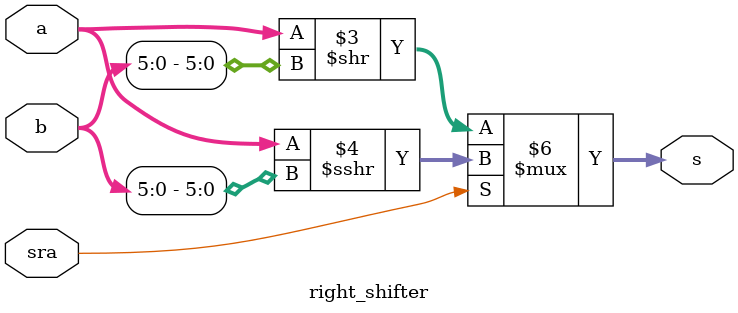
<source format=v>
/* Módulo responsável por dar Right Logical Shift ou Right Arithmetic Shift
Recebe dois números de 64 bits, A e B, e shifta A para direita na quantidade especificada pelos 6 LSB de B.
Resultado é atribuido na saída Shifted.
Caso SRA for 1, executa um arithmetic shift, caso contrário (igual a 0) executa um logical shift */
module right_shifter (
  input signed [63:0] a, b,
  input sra,
  output reg [63:0] s
);
  always @ (a, b, sra) begin
    if (sra == 1'b0) s = a >> b[5:0];
    else s = a >>> b[5:0];
  end
endmodule
</source>
